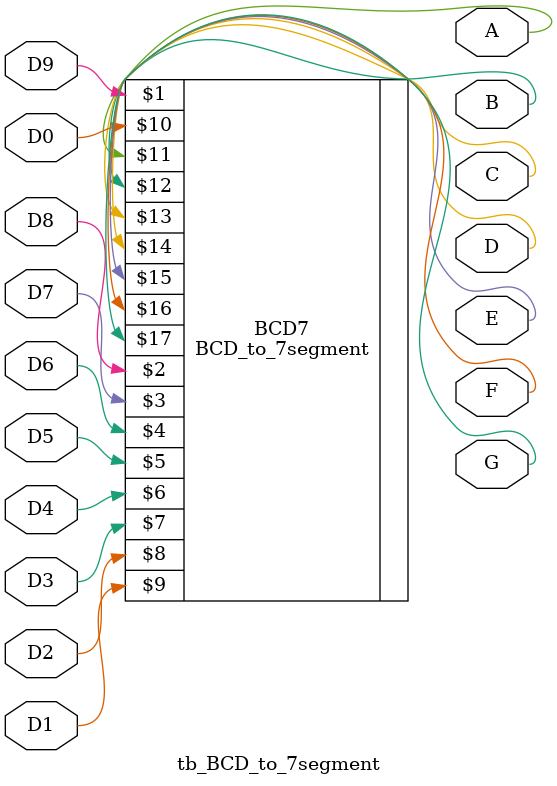
<source format=v>
module tb_BCD_to_7segment(D9, D8, D7, D6, D5, D4, D3, D2, D1, D0, A, B, C, D, E, F, G);

    input D9, D8, D7, D6, D5, D4, D3, D2, D1, D0;
    output A, B, C, D, E, F, G;

    BCD_to_7segment BCD7(D9, D8, D7, D6, D5, D4, D3, D2, D1, D0,A,B,C,D,E,F,G);

endmodule

</source>
